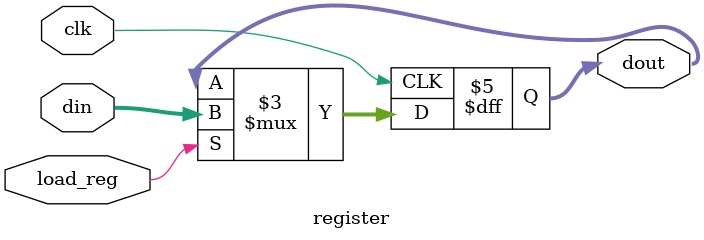
<source format=v>
module register (
        input  wire       clk,
        input  wire       load_reg,
        input  [31:0] din, 
        output reg [31:0] dout
    );

    always @ (posedge clk) begin
        if (load_reg == 1'b1) dout <= din;
    end
    
endmodule

</source>
